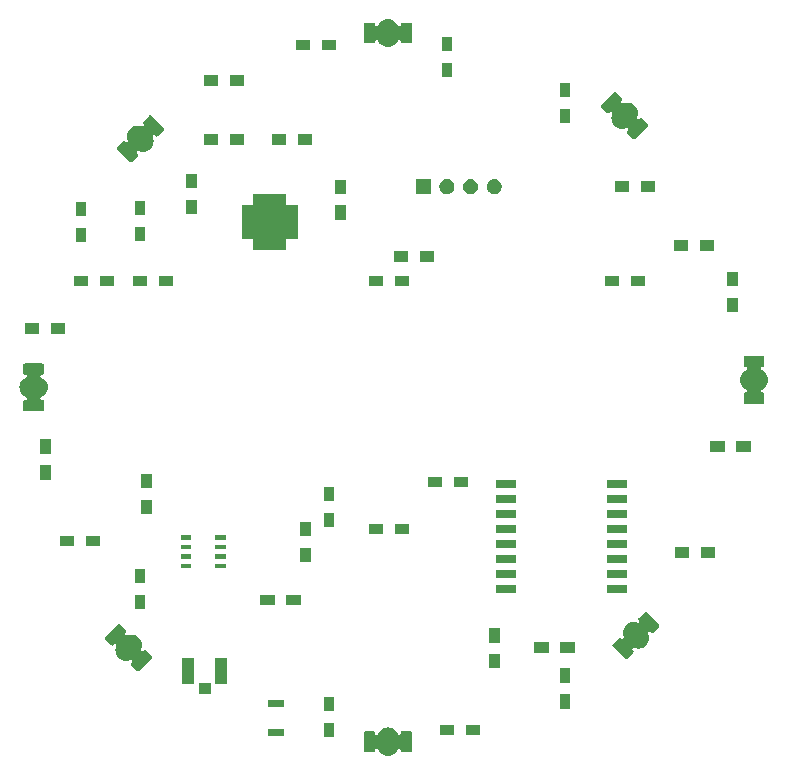
<source format=gbr>
G04 #@! TF.GenerationSoftware,KiCad,Pcbnew,(5.0.2)-1*
G04 #@! TF.CreationDate,2019-05-10T15:47:13-04:00*
G04 #@! TF.ProjectId,bikesenseCap,62696b65-7365-46e7-9365-4361702e6b69,PROD A*
G04 #@! TF.SameCoordinates,Original*
G04 #@! TF.FileFunction,Soldermask,Top*
G04 #@! TF.FilePolarity,Negative*
%FSLAX46Y46*%
G04 Gerber Fmt 4.6, Leading zero omitted, Abs format (unit mm)*
G04 Created by KiCad (PCBNEW (5.0.2)-1) date 5/10/2019 3:47:13 PM*
%MOMM*%
%LPD*%
G01*
G04 APERTURE LIST*
%ADD10C,0.100000*%
G04 APERTURE END LIST*
D10*
G36*
X150176432Y-128813022D02*
X150346081Y-128864485D01*
X150502433Y-128948056D01*
X150639475Y-129060525D01*
X150751944Y-129197567D01*
X150839760Y-129361862D01*
X150853373Y-129382237D01*
X150870700Y-129399564D01*
X150891075Y-129413178D01*
X150913714Y-129422555D01*
X150937747Y-129427336D01*
X150962251Y-129427336D01*
X150986285Y-129422556D01*
X151008924Y-129413178D01*
X151029299Y-129399565D01*
X151046626Y-129382238D01*
X151060240Y-129361863D01*
X151069617Y-129339224D01*
X151074398Y-129315191D01*
X151075000Y-129302938D01*
X151075000Y-129246141D01*
X151077803Y-129217684D01*
X151084313Y-129196223D01*
X151094885Y-129176445D01*
X151109110Y-129159110D01*
X151126445Y-129144885D01*
X151146223Y-129134313D01*
X151167684Y-129127803D01*
X151196141Y-129125000D01*
X151903859Y-129125000D01*
X151932316Y-129127803D01*
X151953777Y-129134313D01*
X151973555Y-129144885D01*
X151990890Y-129159110D01*
X152005115Y-129176445D01*
X152015687Y-129196223D01*
X152022197Y-129217684D01*
X152025000Y-129246141D01*
X152025000Y-130753859D01*
X152022197Y-130782316D01*
X152015687Y-130803777D01*
X152005115Y-130823555D01*
X151990890Y-130840890D01*
X151973555Y-130855115D01*
X151953777Y-130865687D01*
X151932316Y-130872197D01*
X151903859Y-130875000D01*
X151196141Y-130875000D01*
X151167684Y-130872197D01*
X151146223Y-130865687D01*
X151126445Y-130855115D01*
X151109110Y-130840890D01*
X151094885Y-130823555D01*
X151084313Y-130803777D01*
X151077803Y-130782316D01*
X151075000Y-130753859D01*
X151075000Y-130697063D01*
X151072598Y-130672677D01*
X151065485Y-130649228D01*
X151053934Y-130627617D01*
X151038388Y-130608675D01*
X151019446Y-130593129D01*
X150997835Y-130581578D01*
X150974386Y-130574465D01*
X150950000Y-130572063D01*
X150925614Y-130574465D01*
X150902165Y-130581578D01*
X150880554Y-130593129D01*
X150861612Y-130608675D01*
X150846066Y-130627617D01*
X150839760Y-130638139D01*
X150751944Y-130802433D01*
X150639475Y-130939475D01*
X150502436Y-131051941D01*
X150346076Y-131135516D01*
X150176431Y-131186978D01*
X150000000Y-131204354D01*
X149823568Y-131186978D01*
X149653919Y-131135515D01*
X149497567Y-131051944D01*
X149360525Y-130939475D01*
X149248056Y-130802433D01*
X149160240Y-130638138D01*
X149146627Y-130617763D01*
X149129300Y-130600436D01*
X149108925Y-130586822D01*
X149086286Y-130577445D01*
X149062253Y-130572664D01*
X149037749Y-130572664D01*
X149013715Y-130577444D01*
X148991076Y-130586822D01*
X148970701Y-130600435D01*
X148953374Y-130617762D01*
X148939760Y-130638137D01*
X148930383Y-130660776D01*
X148925602Y-130684809D01*
X148925000Y-130697062D01*
X148925000Y-130753859D01*
X148922197Y-130782316D01*
X148915687Y-130803777D01*
X148905115Y-130823555D01*
X148890890Y-130840890D01*
X148873555Y-130855115D01*
X148853777Y-130865687D01*
X148832316Y-130872197D01*
X148803859Y-130875000D01*
X148096141Y-130875000D01*
X148067684Y-130872197D01*
X148046223Y-130865687D01*
X148026445Y-130855115D01*
X148009110Y-130840890D01*
X147994885Y-130823555D01*
X147984313Y-130803777D01*
X147977803Y-130782316D01*
X147975000Y-130753859D01*
X147975000Y-129246141D01*
X147977803Y-129217684D01*
X147984313Y-129196223D01*
X147994885Y-129176445D01*
X148009110Y-129159110D01*
X148026445Y-129144885D01*
X148046223Y-129134313D01*
X148067684Y-129127803D01*
X148096141Y-129125000D01*
X148803859Y-129125000D01*
X148832316Y-129127803D01*
X148853777Y-129134313D01*
X148873555Y-129144885D01*
X148890890Y-129159110D01*
X148905115Y-129176445D01*
X148915687Y-129196223D01*
X148922197Y-129217684D01*
X148925000Y-129246141D01*
X148925000Y-129302939D01*
X148927402Y-129327325D01*
X148934515Y-129350774D01*
X148946066Y-129372385D01*
X148961612Y-129391327D01*
X148980554Y-129406873D01*
X149002165Y-129418424D01*
X149025614Y-129425537D01*
X149050000Y-129427939D01*
X149074386Y-129425537D01*
X149097835Y-129418424D01*
X149119446Y-129406873D01*
X149138388Y-129391327D01*
X149153934Y-129372385D01*
X149160240Y-129361863D01*
X149248057Y-129197567D01*
X149360526Y-129060525D01*
X149497568Y-128948056D01*
X149653920Y-128864485D01*
X149823569Y-128813022D01*
X150000000Y-128795646D01*
X150176432Y-128813022D01*
X150176432Y-128813022D01*
G37*
G36*
X145450000Y-129600000D02*
X144550000Y-129600000D01*
X144550000Y-128400000D01*
X145450000Y-128400000D01*
X145450000Y-129600000D01*
X145450000Y-129600000D01*
G37*
G36*
X141180000Y-129550000D02*
X139820000Y-129550000D01*
X139820000Y-128930000D01*
X141180000Y-128930000D01*
X141180000Y-129550000D01*
X141180000Y-129550000D01*
G37*
G36*
X157800000Y-129450000D02*
X156600000Y-129450000D01*
X156600000Y-128550000D01*
X157800000Y-128550000D01*
X157800000Y-129450000D01*
X157800000Y-129450000D01*
G37*
G36*
X155600000Y-129450000D02*
X154400000Y-129450000D01*
X154400000Y-128550000D01*
X155600000Y-128550000D01*
X155600000Y-129450000D01*
X155600000Y-129450000D01*
G37*
G36*
X145450000Y-127400000D02*
X144550000Y-127400000D01*
X144550000Y-126200000D01*
X145450000Y-126200000D01*
X145450000Y-127400000D01*
X145450000Y-127400000D01*
G37*
G36*
X165450000Y-127200000D02*
X164550000Y-127200000D01*
X164550000Y-126000000D01*
X165450000Y-126000000D01*
X165450000Y-127200000D01*
X165450000Y-127200000D01*
G37*
G36*
X141180000Y-127070000D02*
X139820000Y-127070000D01*
X139820000Y-126450000D01*
X141180000Y-126450000D01*
X141180000Y-127070000D01*
X141180000Y-127070000D01*
G37*
G36*
X135000000Y-126000000D02*
X134000000Y-126000000D01*
X134000000Y-125000000D01*
X135000000Y-125000000D01*
X135000000Y-126000000D01*
X135000000Y-126000000D01*
G37*
G36*
X136400000Y-125100000D02*
X135400000Y-125100000D01*
X135400000Y-122900000D01*
X136400000Y-122900000D01*
X136400000Y-125100000D01*
X136400000Y-125100000D01*
G37*
G36*
X133600000Y-125100000D02*
X132600000Y-125100000D01*
X132600000Y-122900000D01*
X133600000Y-122900000D01*
X133600000Y-125100000D01*
X133600000Y-125100000D01*
G37*
G36*
X165450000Y-125000000D02*
X164550000Y-125000000D01*
X164550000Y-123800000D01*
X165450000Y-123800000D01*
X165450000Y-125000000D01*
X165450000Y-125000000D01*
G37*
G36*
X127254143Y-120044827D02*
X127275604Y-120051337D01*
X127295382Y-120061909D01*
X127317494Y-120080055D01*
X127817913Y-120580474D01*
X127836059Y-120602586D01*
X127846631Y-120622364D01*
X127853141Y-120643825D01*
X127855339Y-120666141D01*
X127853141Y-120688457D01*
X127846631Y-120709918D01*
X127836059Y-120729696D01*
X127817913Y-120751808D01*
X127777757Y-120791964D01*
X127762211Y-120810906D01*
X127750660Y-120832517D01*
X127743547Y-120855966D01*
X127741145Y-120880352D01*
X127743547Y-120904738D01*
X127750660Y-120928187D01*
X127762211Y-120949798D01*
X127777757Y-120968740D01*
X127796699Y-120984286D01*
X127818310Y-120995837D01*
X127841759Y-121002950D01*
X127866145Y-121005352D01*
X127890531Y-121002950D01*
X127902431Y-120999969D01*
X128080700Y-120945890D01*
X128257132Y-120928514D01*
X128433564Y-120945890D01*
X128603213Y-120997354D01*
X128759560Y-121080923D01*
X128759561Y-121080924D01*
X128759563Y-121080925D01*
X128787300Y-121103688D01*
X128896607Y-121193393D01*
X129009077Y-121330440D01*
X129092646Y-121486787D01*
X129144110Y-121656436D01*
X129161486Y-121832868D01*
X129144110Y-122009300D01*
X129090031Y-122187569D01*
X129085250Y-122211602D01*
X129085250Y-122236106D01*
X129090030Y-122260140D01*
X129099407Y-122282779D01*
X129113021Y-122303154D01*
X129130348Y-122320481D01*
X129150723Y-122334095D01*
X129173362Y-122343472D01*
X129197395Y-122348253D01*
X129221899Y-122348253D01*
X129245933Y-122343473D01*
X129268572Y-122334096D01*
X129288947Y-122320482D01*
X129298036Y-122312243D01*
X129338192Y-122272087D01*
X129360304Y-122253941D01*
X129380082Y-122243369D01*
X129401543Y-122236859D01*
X129423859Y-122234661D01*
X129446175Y-122236859D01*
X129467636Y-122243369D01*
X129487414Y-122253941D01*
X129509526Y-122272087D01*
X130009945Y-122772506D01*
X130028091Y-122794618D01*
X130038663Y-122814396D01*
X130045173Y-122835857D01*
X130047371Y-122858173D01*
X130045173Y-122880489D01*
X130038663Y-122901950D01*
X130028091Y-122921728D01*
X130009945Y-122943840D01*
X128943840Y-124009945D01*
X128921728Y-124028091D01*
X128901950Y-124038663D01*
X128880489Y-124045173D01*
X128858173Y-124047371D01*
X128835857Y-124045173D01*
X128814396Y-124038663D01*
X128794618Y-124028091D01*
X128772506Y-124009945D01*
X128272087Y-123509526D01*
X128253941Y-123487414D01*
X128243369Y-123467636D01*
X128236859Y-123446175D01*
X128234661Y-123423859D01*
X128236859Y-123401543D01*
X128243369Y-123380082D01*
X128253941Y-123360304D01*
X128272087Y-123338192D01*
X128312243Y-123298036D01*
X128327789Y-123279094D01*
X128339340Y-123257483D01*
X128346453Y-123234034D01*
X128348855Y-123209648D01*
X128346453Y-123185262D01*
X128339340Y-123161813D01*
X128327789Y-123140202D01*
X128312243Y-123121260D01*
X128293301Y-123105714D01*
X128271690Y-123094163D01*
X128248241Y-123087050D01*
X128223855Y-123084648D01*
X128199469Y-123087050D01*
X128187569Y-123090031D01*
X128009299Y-123144110D01*
X127832868Y-123161486D01*
X127656437Y-123144110D01*
X127486787Y-123092646D01*
X127330437Y-123009075D01*
X127193394Y-122896606D01*
X127080925Y-122759563D01*
X126997354Y-122603213D01*
X126945890Y-122433563D01*
X126928514Y-122257132D01*
X126945890Y-122080701D01*
X126999969Y-121902431D01*
X127004750Y-121878398D01*
X127004750Y-121853893D01*
X126999970Y-121829860D01*
X126990592Y-121807221D01*
X126976979Y-121786846D01*
X126959652Y-121769519D01*
X126939277Y-121755905D01*
X126916638Y-121746528D01*
X126892605Y-121741747D01*
X126868100Y-121741747D01*
X126844067Y-121746527D01*
X126821428Y-121755905D01*
X126801053Y-121769518D01*
X126791964Y-121777757D01*
X126751808Y-121817913D01*
X126729696Y-121836059D01*
X126709918Y-121846631D01*
X126688457Y-121853141D01*
X126666141Y-121855339D01*
X126643825Y-121853141D01*
X126622364Y-121846631D01*
X126602586Y-121836059D01*
X126580474Y-121817913D01*
X126080055Y-121317494D01*
X126061909Y-121295382D01*
X126051337Y-121275604D01*
X126044827Y-121254143D01*
X126042629Y-121231827D01*
X126044827Y-121209511D01*
X126051337Y-121188050D01*
X126061909Y-121168272D01*
X126080055Y-121146160D01*
X127146160Y-120080055D01*
X127168272Y-120061909D01*
X127188050Y-120051337D01*
X127209511Y-120044827D01*
X127231827Y-120042629D01*
X127254143Y-120044827D01*
X127254143Y-120044827D01*
G37*
G36*
X159450000Y-123800000D02*
X158550000Y-123800000D01*
X158550000Y-122600000D01*
X159450000Y-122600000D01*
X159450000Y-123800000D01*
X159450000Y-123800000D01*
G37*
G36*
X171835489Y-118999827D02*
X171856950Y-119006337D01*
X171876728Y-119016909D01*
X171898840Y-119035055D01*
X172964945Y-120101160D01*
X172983091Y-120123272D01*
X172993663Y-120143050D01*
X173000173Y-120164511D01*
X173002371Y-120186827D01*
X173000173Y-120209143D01*
X172993663Y-120230604D01*
X172983091Y-120250382D01*
X172964945Y-120272494D01*
X172464526Y-120772913D01*
X172442414Y-120791059D01*
X172422636Y-120801631D01*
X172401175Y-120808141D01*
X172378859Y-120810339D01*
X172356543Y-120808141D01*
X172335082Y-120801631D01*
X172315304Y-120791059D01*
X172293192Y-120772913D01*
X172253036Y-120732757D01*
X172234094Y-120717211D01*
X172212483Y-120705660D01*
X172189034Y-120698547D01*
X172164648Y-120696145D01*
X172140262Y-120698547D01*
X172116813Y-120705660D01*
X172095202Y-120717211D01*
X172076260Y-120732757D01*
X172060714Y-120751699D01*
X172049163Y-120773310D01*
X172042050Y-120796759D01*
X172039648Y-120821145D01*
X172042050Y-120845531D01*
X172045031Y-120857431D01*
X172099110Y-121035700D01*
X172116486Y-121212132D01*
X172099110Y-121388564D01*
X172047646Y-121558213D01*
X171964077Y-121714560D01*
X171851607Y-121851607D01*
X171742300Y-121941312D01*
X171714563Y-121964075D01*
X171714561Y-121964076D01*
X171714560Y-121964077D01*
X171558213Y-122047646D01*
X171388564Y-122099110D01*
X171212132Y-122116486D01*
X171035700Y-122099110D01*
X170857431Y-122045031D01*
X170833398Y-122040250D01*
X170808894Y-122040250D01*
X170784860Y-122045030D01*
X170762221Y-122054407D01*
X170741846Y-122068021D01*
X170724519Y-122085348D01*
X170710905Y-122105723D01*
X170701528Y-122128362D01*
X170696747Y-122152395D01*
X170696747Y-122176899D01*
X170701527Y-122200933D01*
X170710904Y-122223572D01*
X170724518Y-122243947D01*
X170732757Y-122253036D01*
X170772913Y-122293192D01*
X170791059Y-122315304D01*
X170801631Y-122335082D01*
X170808141Y-122356543D01*
X170810339Y-122378859D01*
X170808141Y-122401175D01*
X170801631Y-122422636D01*
X170791059Y-122442414D01*
X170772913Y-122464526D01*
X170272494Y-122964945D01*
X170250382Y-122983091D01*
X170230604Y-122993663D01*
X170209143Y-123000173D01*
X170186827Y-123002371D01*
X170164511Y-123000173D01*
X170143050Y-122993663D01*
X170123272Y-122983091D01*
X170101160Y-122964945D01*
X169035055Y-121898840D01*
X169016909Y-121876728D01*
X169006337Y-121856950D01*
X168999827Y-121835489D01*
X168997629Y-121813173D01*
X168999827Y-121790857D01*
X169006337Y-121769396D01*
X169016909Y-121749618D01*
X169035055Y-121727506D01*
X169535474Y-121227087D01*
X169557586Y-121208941D01*
X169577364Y-121198369D01*
X169598825Y-121191859D01*
X169621141Y-121189661D01*
X169643457Y-121191859D01*
X169664918Y-121198369D01*
X169684696Y-121208941D01*
X169706808Y-121227087D01*
X169746964Y-121267243D01*
X169765906Y-121282789D01*
X169787517Y-121294340D01*
X169810966Y-121301453D01*
X169835352Y-121303855D01*
X169859738Y-121301453D01*
X169883187Y-121294340D01*
X169904798Y-121282789D01*
X169923740Y-121267243D01*
X169939286Y-121248301D01*
X169950837Y-121226690D01*
X169957950Y-121203241D01*
X169960352Y-121178855D01*
X169957950Y-121154469D01*
X169954969Y-121142569D01*
X169900890Y-120964299D01*
X169883514Y-120787868D01*
X169900890Y-120611437D01*
X169952354Y-120441787D01*
X170035925Y-120285437D01*
X170148394Y-120148394D01*
X170285437Y-120035925D01*
X170441787Y-119952354D01*
X170611437Y-119900890D01*
X170787868Y-119883514D01*
X170964299Y-119900890D01*
X171142569Y-119954969D01*
X171166602Y-119959750D01*
X171191107Y-119959750D01*
X171215140Y-119954970D01*
X171237779Y-119945592D01*
X171258154Y-119931979D01*
X171275481Y-119914652D01*
X171289095Y-119894277D01*
X171298472Y-119871638D01*
X171303253Y-119847605D01*
X171303253Y-119823100D01*
X171298473Y-119799067D01*
X171289095Y-119776428D01*
X171275482Y-119756053D01*
X171267243Y-119746964D01*
X171227087Y-119706808D01*
X171208941Y-119684696D01*
X171198369Y-119664918D01*
X171191859Y-119643457D01*
X171189661Y-119621141D01*
X171191859Y-119598825D01*
X171198369Y-119577364D01*
X171208941Y-119557586D01*
X171227087Y-119535474D01*
X171727506Y-119035055D01*
X171749618Y-119016909D01*
X171769396Y-119006337D01*
X171790857Y-118999827D01*
X171813173Y-118997629D01*
X171835489Y-118999827D01*
X171835489Y-118999827D01*
G37*
G36*
X165800000Y-122450000D02*
X164600000Y-122450000D01*
X164600000Y-121550000D01*
X165800000Y-121550000D01*
X165800000Y-122450000D01*
X165800000Y-122450000D01*
G37*
G36*
X163600000Y-122450000D02*
X162400000Y-122450000D01*
X162400000Y-121550000D01*
X163600000Y-121550000D01*
X163600000Y-122450000D01*
X163600000Y-122450000D01*
G37*
G36*
X159450000Y-121600000D02*
X158550000Y-121600000D01*
X158550000Y-120400000D01*
X159450000Y-120400000D01*
X159450000Y-121600000D01*
X159450000Y-121600000D01*
G37*
G36*
X129450000Y-118800000D02*
X128550000Y-118800000D01*
X128550000Y-117600000D01*
X129450000Y-117600000D01*
X129450000Y-118800000D01*
X129450000Y-118800000D01*
G37*
G36*
X142600000Y-118450000D02*
X141400000Y-118450000D01*
X141400000Y-117550000D01*
X142600000Y-117550000D01*
X142600000Y-118450000D01*
X142600000Y-118450000D01*
G37*
G36*
X140400000Y-118450000D02*
X139200000Y-118450000D01*
X139200000Y-117550000D01*
X140400000Y-117550000D01*
X140400000Y-118450000D01*
X140400000Y-118450000D01*
G37*
G36*
X170230000Y-117430000D02*
X168530000Y-117430000D01*
X168530000Y-116730000D01*
X170230000Y-116730000D01*
X170230000Y-117430000D01*
X170230000Y-117430000D01*
G37*
G36*
X160850000Y-117430000D02*
X159150000Y-117430000D01*
X159150000Y-116730000D01*
X160850000Y-116730000D01*
X160850000Y-117430000D01*
X160850000Y-117430000D01*
G37*
G36*
X129450000Y-116600000D02*
X128550000Y-116600000D01*
X128550000Y-115400000D01*
X129450000Y-115400000D01*
X129450000Y-116600000D01*
X129450000Y-116600000D01*
G37*
G36*
X160850000Y-116160000D02*
X159150000Y-116160000D01*
X159150000Y-115460000D01*
X160850000Y-115460000D01*
X160850000Y-116160000D01*
X160850000Y-116160000D01*
G37*
G36*
X170230000Y-116160000D02*
X168530000Y-116160000D01*
X168530000Y-115460000D01*
X170230000Y-115460000D01*
X170230000Y-116160000D01*
X170230000Y-116160000D01*
G37*
G36*
X136266000Y-115319000D02*
X135366000Y-115319000D01*
X135366000Y-114919000D01*
X136266000Y-114919000D01*
X136266000Y-115319000D01*
X136266000Y-115319000D01*
G37*
G36*
X133366000Y-115319000D02*
X132466000Y-115319000D01*
X132466000Y-114919000D01*
X133366000Y-114919000D01*
X133366000Y-115319000D01*
X133366000Y-115319000D01*
G37*
G36*
X160850000Y-114890000D02*
X159150000Y-114890000D01*
X159150000Y-114190000D01*
X160850000Y-114190000D01*
X160850000Y-114890000D01*
X160850000Y-114890000D01*
G37*
G36*
X170230000Y-114890000D02*
X168530000Y-114890000D01*
X168530000Y-114190000D01*
X170230000Y-114190000D01*
X170230000Y-114890000D01*
X170230000Y-114890000D01*
G37*
G36*
X143450000Y-114800000D02*
X142550000Y-114800000D01*
X142550000Y-113600000D01*
X143450000Y-113600000D01*
X143450000Y-114800000D01*
X143450000Y-114800000D01*
G37*
G36*
X133366000Y-114519000D02*
X132466000Y-114519000D01*
X132466000Y-114119000D01*
X133366000Y-114119000D01*
X133366000Y-114519000D01*
X133366000Y-114519000D01*
G37*
G36*
X136266000Y-114519000D02*
X135366000Y-114519000D01*
X135366000Y-114119000D01*
X136266000Y-114119000D01*
X136266000Y-114519000D01*
X136266000Y-114519000D01*
G37*
G36*
X175500000Y-114450000D02*
X174300000Y-114450000D01*
X174300000Y-113550000D01*
X175500000Y-113550000D01*
X175500000Y-114450000D01*
X175500000Y-114450000D01*
G37*
G36*
X177700000Y-114450000D02*
X176500000Y-114450000D01*
X176500000Y-113550000D01*
X177700000Y-113550000D01*
X177700000Y-114450000D01*
X177700000Y-114450000D01*
G37*
G36*
X133366000Y-113719000D02*
X132466000Y-113719000D01*
X132466000Y-113319000D01*
X133366000Y-113319000D01*
X133366000Y-113719000D01*
X133366000Y-113719000D01*
G37*
G36*
X136266000Y-113719000D02*
X135366000Y-113719000D01*
X135366000Y-113319000D01*
X136266000Y-113319000D01*
X136266000Y-113719000D01*
X136266000Y-113719000D01*
G37*
G36*
X170230000Y-113620000D02*
X168530000Y-113620000D01*
X168530000Y-112920000D01*
X170230000Y-112920000D01*
X170230000Y-113620000D01*
X170230000Y-113620000D01*
G37*
G36*
X160850000Y-113620000D02*
X159150000Y-113620000D01*
X159150000Y-112920000D01*
X160850000Y-112920000D01*
X160850000Y-113620000D01*
X160850000Y-113620000D01*
G37*
G36*
X125600000Y-113450000D02*
X124400000Y-113450000D01*
X124400000Y-112550000D01*
X125600000Y-112550000D01*
X125600000Y-113450000D01*
X125600000Y-113450000D01*
G37*
G36*
X123400000Y-113450000D02*
X122200000Y-113450000D01*
X122200000Y-112550000D01*
X123400000Y-112550000D01*
X123400000Y-113450000D01*
X123400000Y-113450000D01*
G37*
G36*
X133366000Y-112919000D02*
X132466000Y-112919000D01*
X132466000Y-112519000D01*
X133366000Y-112519000D01*
X133366000Y-112919000D01*
X133366000Y-112919000D01*
G37*
G36*
X136266000Y-112919000D02*
X135366000Y-112919000D01*
X135366000Y-112519000D01*
X136266000Y-112519000D01*
X136266000Y-112919000D01*
X136266000Y-112919000D01*
G37*
G36*
X143450000Y-112600000D02*
X142550000Y-112600000D01*
X142550000Y-111400000D01*
X143450000Y-111400000D01*
X143450000Y-112600000D01*
X143450000Y-112600000D01*
G37*
G36*
X151800000Y-112450000D02*
X150600000Y-112450000D01*
X150600000Y-111550000D01*
X151800000Y-111550000D01*
X151800000Y-112450000D01*
X151800000Y-112450000D01*
G37*
G36*
X149600000Y-112450000D02*
X148400000Y-112450000D01*
X148400000Y-111550000D01*
X149600000Y-111550000D01*
X149600000Y-112450000D01*
X149600000Y-112450000D01*
G37*
G36*
X170230000Y-112350000D02*
X168530000Y-112350000D01*
X168530000Y-111650000D01*
X170230000Y-111650000D01*
X170230000Y-112350000D01*
X170230000Y-112350000D01*
G37*
G36*
X160850000Y-112350000D02*
X159150000Y-112350000D01*
X159150000Y-111650000D01*
X160850000Y-111650000D01*
X160850000Y-112350000D01*
X160850000Y-112350000D01*
G37*
G36*
X145450000Y-111800000D02*
X144550000Y-111800000D01*
X144550000Y-110600000D01*
X145450000Y-110600000D01*
X145450000Y-111800000D01*
X145450000Y-111800000D01*
G37*
G36*
X170230000Y-111080000D02*
X168530000Y-111080000D01*
X168530000Y-110380000D01*
X170230000Y-110380000D01*
X170230000Y-111080000D01*
X170230000Y-111080000D01*
G37*
G36*
X160850000Y-111080000D02*
X159150000Y-111080000D01*
X159150000Y-110380000D01*
X160850000Y-110380000D01*
X160850000Y-111080000D01*
X160850000Y-111080000D01*
G37*
G36*
X129990000Y-110750000D02*
X129090000Y-110750000D01*
X129090000Y-109550000D01*
X129990000Y-109550000D01*
X129990000Y-110750000D01*
X129990000Y-110750000D01*
G37*
G36*
X170230000Y-109810000D02*
X168530000Y-109810000D01*
X168530000Y-109110000D01*
X170230000Y-109110000D01*
X170230000Y-109810000D01*
X170230000Y-109810000D01*
G37*
G36*
X160850000Y-109810000D02*
X159150000Y-109810000D01*
X159150000Y-109110000D01*
X160850000Y-109110000D01*
X160850000Y-109810000D01*
X160850000Y-109810000D01*
G37*
G36*
X145450000Y-109600000D02*
X144550000Y-109600000D01*
X144550000Y-108400000D01*
X145450000Y-108400000D01*
X145450000Y-109600000D01*
X145450000Y-109600000D01*
G37*
G36*
X129990000Y-108550000D02*
X129090000Y-108550000D01*
X129090000Y-107350000D01*
X129990000Y-107350000D01*
X129990000Y-108550000D01*
X129990000Y-108550000D01*
G37*
G36*
X170230000Y-108540000D02*
X168530000Y-108540000D01*
X168530000Y-107840000D01*
X170230000Y-107840000D01*
X170230000Y-108540000D01*
X170230000Y-108540000D01*
G37*
G36*
X160850000Y-108540000D02*
X159150000Y-108540000D01*
X159150000Y-107840000D01*
X160850000Y-107840000D01*
X160850000Y-108540000D01*
X160850000Y-108540000D01*
G37*
G36*
X154600000Y-108450000D02*
X153400000Y-108450000D01*
X153400000Y-107550000D01*
X154600000Y-107550000D01*
X154600000Y-108450000D01*
X154600000Y-108450000D01*
G37*
G36*
X156800000Y-108450000D02*
X155600000Y-108450000D01*
X155600000Y-107550000D01*
X156800000Y-107550000D01*
X156800000Y-108450000D01*
X156800000Y-108450000D01*
G37*
G36*
X121450000Y-107800000D02*
X120550000Y-107800000D01*
X120550000Y-106600000D01*
X121450000Y-106600000D01*
X121450000Y-107800000D01*
X121450000Y-107800000D01*
G37*
G36*
X121450000Y-105600000D02*
X120550000Y-105600000D01*
X120550000Y-104400000D01*
X121450000Y-104400000D01*
X121450000Y-105600000D01*
X121450000Y-105600000D01*
G37*
G36*
X180700000Y-105450000D02*
X179500000Y-105450000D01*
X179500000Y-104550000D01*
X180700000Y-104550000D01*
X180700000Y-105450000D01*
X180700000Y-105450000D01*
G37*
G36*
X178500000Y-105450000D02*
X177300000Y-105450000D01*
X177300000Y-104550000D01*
X178500000Y-104550000D01*
X178500000Y-105450000D01*
X178500000Y-105450000D01*
G37*
G36*
X120782316Y-97977803D02*
X120803777Y-97984313D01*
X120823555Y-97994885D01*
X120840890Y-98009110D01*
X120855115Y-98026445D01*
X120865687Y-98046223D01*
X120872197Y-98067684D01*
X120875000Y-98096141D01*
X120875000Y-98803859D01*
X120872197Y-98832316D01*
X120865687Y-98853777D01*
X120855115Y-98873555D01*
X120840890Y-98890890D01*
X120823555Y-98905115D01*
X120803777Y-98915687D01*
X120782316Y-98922197D01*
X120753859Y-98925000D01*
X120697063Y-98925000D01*
X120672677Y-98927402D01*
X120649228Y-98934515D01*
X120627617Y-98946066D01*
X120608675Y-98961612D01*
X120593129Y-98980554D01*
X120581578Y-99002165D01*
X120574465Y-99025614D01*
X120572063Y-99050000D01*
X120574465Y-99074386D01*
X120581578Y-99097835D01*
X120593129Y-99119446D01*
X120608675Y-99138388D01*
X120627617Y-99153934D01*
X120638139Y-99160240D01*
X120802433Y-99248056D01*
X120939475Y-99360525D01*
X121051944Y-99497567D01*
X121135515Y-99653919D01*
X121186978Y-99823568D01*
X121204354Y-100000000D01*
X121186978Y-100176432D01*
X121135515Y-100346081D01*
X121051944Y-100502433D01*
X120939475Y-100639475D01*
X120802433Y-100751944D01*
X120638139Y-100839760D01*
X120617764Y-100853373D01*
X120600437Y-100870701D01*
X120586823Y-100891075D01*
X120577446Y-100913714D01*
X120572665Y-100937747D01*
X120572665Y-100962252D01*
X120577445Y-100986285D01*
X120586823Y-101008924D01*
X120600436Y-101029299D01*
X120617764Y-101046626D01*
X120638138Y-101060240D01*
X120660777Y-101069617D01*
X120684810Y-101074398D01*
X120697063Y-101075000D01*
X120753859Y-101075000D01*
X120782316Y-101077803D01*
X120803777Y-101084313D01*
X120823555Y-101094885D01*
X120840890Y-101109110D01*
X120855115Y-101126445D01*
X120865687Y-101146223D01*
X120872197Y-101167684D01*
X120875000Y-101196141D01*
X120875000Y-101903859D01*
X120872197Y-101932316D01*
X120865687Y-101953777D01*
X120855115Y-101973555D01*
X120840890Y-101990890D01*
X120823555Y-102005115D01*
X120803777Y-102015687D01*
X120782316Y-102022197D01*
X120753859Y-102025000D01*
X119246141Y-102025000D01*
X119217684Y-102022197D01*
X119196223Y-102015687D01*
X119176445Y-102005115D01*
X119159110Y-101990890D01*
X119144885Y-101973555D01*
X119134313Y-101953777D01*
X119127803Y-101932316D01*
X119125000Y-101903859D01*
X119125000Y-101196141D01*
X119127803Y-101167684D01*
X119134313Y-101146223D01*
X119144885Y-101126445D01*
X119159110Y-101109110D01*
X119176445Y-101094885D01*
X119196223Y-101084313D01*
X119217684Y-101077803D01*
X119246141Y-101075000D01*
X119302937Y-101075000D01*
X119327323Y-101072598D01*
X119350772Y-101065485D01*
X119372383Y-101053934D01*
X119391325Y-101038388D01*
X119406871Y-101019446D01*
X119418422Y-100997835D01*
X119425535Y-100974386D01*
X119427937Y-100950000D01*
X119425535Y-100925614D01*
X119418422Y-100902165D01*
X119406871Y-100880554D01*
X119391325Y-100861612D01*
X119372383Y-100846066D01*
X119361861Y-100839760D01*
X119197567Y-100751944D01*
X119060525Y-100639475D01*
X118948056Y-100502433D01*
X118864485Y-100346081D01*
X118813022Y-100176432D01*
X118795646Y-100000000D01*
X118813022Y-99823568D01*
X118864485Y-99653919D01*
X118948056Y-99497567D01*
X119060525Y-99360525D01*
X119197567Y-99248056D01*
X119361861Y-99160240D01*
X119382236Y-99146627D01*
X119399563Y-99129299D01*
X119413177Y-99108925D01*
X119422554Y-99086286D01*
X119427335Y-99062253D01*
X119427335Y-99037748D01*
X119422555Y-99013715D01*
X119413177Y-98991076D01*
X119399564Y-98970701D01*
X119382236Y-98953374D01*
X119361862Y-98939760D01*
X119339223Y-98930383D01*
X119315190Y-98925602D01*
X119302937Y-98925000D01*
X119246141Y-98925000D01*
X119217684Y-98922197D01*
X119196223Y-98915687D01*
X119176445Y-98905115D01*
X119159110Y-98890890D01*
X119144885Y-98873555D01*
X119134313Y-98853777D01*
X119127803Y-98832316D01*
X119125000Y-98803859D01*
X119125000Y-98096141D01*
X119127803Y-98067684D01*
X119134313Y-98046223D01*
X119144885Y-98026445D01*
X119159110Y-98009110D01*
X119176445Y-97994885D01*
X119196223Y-97984313D01*
X119217684Y-97977803D01*
X119246141Y-97975000D01*
X120753859Y-97975000D01*
X120782316Y-97977803D01*
X120782316Y-97977803D01*
G37*
G36*
X181782316Y-97327803D02*
X181803777Y-97334313D01*
X181823555Y-97344885D01*
X181840890Y-97359110D01*
X181855115Y-97376445D01*
X181865687Y-97396223D01*
X181872197Y-97417684D01*
X181875000Y-97446141D01*
X181875000Y-98153859D01*
X181872197Y-98182316D01*
X181865687Y-98203777D01*
X181855115Y-98223555D01*
X181840890Y-98240890D01*
X181823555Y-98255115D01*
X181803777Y-98265687D01*
X181782316Y-98272197D01*
X181753859Y-98275000D01*
X181697063Y-98275000D01*
X181672677Y-98277402D01*
X181649228Y-98284515D01*
X181627617Y-98296066D01*
X181608675Y-98311612D01*
X181593129Y-98330554D01*
X181581578Y-98352165D01*
X181574465Y-98375614D01*
X181572063Y-98400000D01*
X181574465Y-98424386D01*
X181581578Y-98447835D01*
X181593129Y-98469446D01*
X181608675Y-98488388D01*
X181627617Y-98503934D01*
X181638139Y-98510240D01*
X181802433Y-98598056D01*
X181939475Y-98710525D01*
X182051944Y-98847567D01*
X182135515Y-99003919D01*
X182186978Y-99173568D01*
X182204354Y-99350000D01*
X182186978Y-99526432D01*
X182135515Y-99696081D01*
X182051944Y-99852433D01*
X181939475Y-99989475D01*
X181802433Y-100101944D01*
X181638139Y-100189760D01*
X181617764Y-100203373D01*
X181600437Y-100220701D01*
X181586823Y-100241075D01*
X181577446Y-100263714D01*
X181572665Y-100287747D01*
X181572665Y-100312252D01*
X181577445Y-100336285D01*
X181586823Y-100358924D01*
X181600436Y-100379299D01*
X181617764Y-100396626D01*
X181638138Y-100410240D01*
X181660777Y-100419617D01*
X181684810Y-100424398D01*
X181697063Y-100425000D01*
X181753859Y-100425000D01*
X181782316Y-100427803D01*
X181803777Y-100434313D01*
X181823555Y-100444885D01*
X181840890Y-100459110D01*
X181855115Y-100476445D01*
X181865687Y-100496223D01*
X181872197Y-100517684D01*
X181875000Y-100546141D01*
X181875000Y-101253859D01*
X181872197Y-101282316D01*
X181865687Y-101303777D01*
X181855115Y-101323555D01*
X181840890Y-101340890D01*
X181823555Y-101355115D01*
X181803777Y-101365687D01*
X181782316Y-101372197D01*
X181753859Y-101375000D01*
X180246141Y-101375000D01*
X180217684Y-101372197D01*
X180196223Y-101365687D01*
X180176445Y-101355115D01*
X180159110Y-101340890D01*
X180144885Y-101323555D01*
X180134313Y-101303777D01*
X180127803Y-101282316D01*
X180125000Y-101253859D01*
X180125000Y-100546141D01*
X180127803Y-100517684D01*
X180134313Y-100496223D01*
X180144885Y-100476445D01*
X180159110Y-100459110D01*
X180176445Y-100444885D01*
X180196223Y-100434313D01*
X180217684Y-100427803D01*
X180246141Y-100425000D01*
X180302937Y-100425000D01*
X180327323Y-100422598D01*
X180350772Y-100415485D01*
X180372383Y-100403934D01*
X180391325Y-100388388D01*
X180406871Y-100369446D01*
X180418422Y-100347835D01*
X180425535Y-100324386D01*
X180427937Y-100300000D01*
X180425535Y-100275614D01*
X180418422Y-100252165D01*
X180406871Y-100230554D01*
X180391325Y-100211612D01*
X180372383Y-100196066D01*
X180361861Y-100189760D01*
X180197567Y-100101944D01*
X180060525Y-99989475D01*
X179948056Y-99852433D01*
X179864485Y-99696081D01*
X179813022Y-99526432D01*
X179795646Y-99350000D01*
X179813022Y-99173568D01*
X179864485Y-99003919D01*
X179948056Y-98847567D01*
X180060525Y-98710525D01*
X180197567Y-98598056D01*
X180361861Y-98510240D01*
X180382236Y-98496627D01*
X180399563Y-98479299D01*
X180413177Y-98458925D01*
X180422554Y-98436286D01*
X180427335Y-98412253D01*
X180427335Y-98387748D01*
X180422555Y-98363715D01*
X180413177Y-98341076D01*
X180399564Y-98320701D01*
X180382236Y-98303374D01*
X180361862Y-98289760D01*
X180339223Y-98280383D01*
X180315190Y-98275602D01*
X180302937Y-98275000D01*
X180246141Y-98275000D01*
X180217684Y-98272197D01*
X180196223Y-98265687D01*
X180176445Y-98255115D01*
X180159110Y-98240890D01*
X180144885Y-98223555D01*
X180134313Y-98203777D01*
X180127803Y-98182316D01*
X180125000Y-98153859D01*
X180125000Y-97446141D01*
X180127803Y-97417684D01*
X180134313Y-97396223D01*
X180144885Y-97376445D01*
X180159110Y-97359110D01*
X180176445Y-97344885D01*
X180196223Y-97334313D01*
X180217684Y-97327803D01*
X180246141Y-97325000D01*
X181753859Y-97325000D01*
X181782316Y-97327803D01*
X181782316Y-97327803D01*
G37*
G36*
X122700000Y-95450000D02*
X121500000Y-95450000D01*
X121500000Y-94550000D01*
X122700000Y-94550000D01*
X122700000Y-95450000D01*
X122700000Y-95450000D01*
G37*
G36*
X120500000Y-95450000D02*
X119300000Y-95450000D01*
X119300000Y-94550000D01*
X120500000Y-94550000D01*
X120500000Y-95450000D01*
X120500000Y-95450000D01*
G37*
G36*
X179650000Y-93600000D02*
X178750000Y-93600000D01*
X178750000Y-92400000D01*
X179650000Y-92400000D01*
X179650000Y-93600000D01*
X179650000Y-93600000D01*
G37*
G36*
X169600000Y-91450000D02*
X168400000Y-91450000D01*
X168400000Y-90550000D01*
X169600000Y-90550000D01*
X169600000Y-91450000D01*
X169600000Y-91450000D01*
G37*
G36*
X171800000Y-91450000D02*
X170600000Y-91450000D01*
X170600000Y-90550000D01*
X171800000Y-90550000D01*
X171800000Y-91450000D01*
X171800000Y-91450000D01*
G37*
G36*
X151800000Y-91450000D02*
X150600000Y-91450000D01*
X150600000Y-90550000D01*
X151800000Y-90550000D01*
X151800000Y-91450000D01*
X151800000Y-91450000D01*
G37*
G36*
X131800000Y-91450000D02*
X130600000Y-91450000D01*
X130600000Y-90550000D01*
X131800000Y-90550000D01*
X131800000Y-91450000D01*
X131800000Y-91450000D01*
G37*
G36*
X126800000Y-91450000D02*
X125600000Y-91450000D01*
X125600000Y-90550000D01*
X126800000Y-90550000D01*
X126800000Y-91450000D01*
X126800000Y-91450000D01*
G37*
G36*
X124600000Y-91450000D02*
X123400000Y-91450000D01*
X123400000Y-90550000D01*
X124600000Y-90550000D01*
X124600000Y-91450000D01*
X124600000Y-91450000D01*
G37*
G36*
X149600000Y-91450000D02*
X148400000Y-91450000D01*
X148400000Y-90550000D01*
X149600000Y-90550000D01*
X149600000Y-91450000D01*
X149600000Y-91450000D01*
G37*
G36*
X129600000Y-91450000D02*
X128400000Y-91450000D01*
X128400000Y-90550000D01*
X129600000Y-90550000D01*
X129600000Y-91450000D01*
X129600000Y-91450000D01*
G37*
G36*
X179650000Y-91400000D02*
X178750000Y-91400000D01*
X178750000Y-90200000D01*
X179650000Y-90200000D01*
X179650000Y-91400000D01*
X179650000Y-91400000D01*
G37*
G36*
X151730000Y-89350000D02*
X150530000Y-89350000D01*
X150530000Y-88450000D01*
X151730000Y-88450000D01*
X151730000Y-89350000D01*
X151730000Y-89350000D01*
G37*
G36*
X153930000Y-89350000D02*
X152730000Y-89350000D01*
X152730000Y-88450000D01*
X153930000Y-88450000D01*
X153930000Y-89350000D01*
X153930000Y-89350000D01*
G37*
G36*
X177600000Y-88450000D02*
X176400000Y-88450000D01*
X176400000Y-87550000D01*
X177600000Y-87550000D01*
X177600000Y-88450000D01*
X177600000Y-88450000D01*
G37*
G36*
X175400000Y-88450000D02*
X174200000Y-88450000D01*
X174200000Y-87550000D01*
X175400000Y-87550000D01*
X175400000Y-88450000D01*
X175400000Y-88450000D01*
G37*
G36*
X141400000Y-84475000D02*
X141402402Y-84499386D01*
X141409515Y-84522835D01*
X141421066Y-84544446D01*
X141436612Y-84563388D01*
X141455554Y-84578934D01*
X141477165Y-84590485D01*
X141500614Y-84597598D01*
X141525000Y-84600000D01*
X142375000Y-84600000D01*
X142375000Y-87400000D01*
X141525000Y-87400000D01*
X141500614Y-87402402D01*
X141477165Y-87409515D01*
X141455554Y-87421066D01*
X141436612Y-87436612D01*
X141421066Y-87455554D01*
X141409515Y-87477165D01*
X141402402Y-87500614D01*
X141400000Y-87525000D01*
X141400000Y-88375000D01*
X138600000Y-88375000D01*
X138600000Y-87525000D01*
X138597598Y-87500614D01*
X138590485Y-87477165D01*
X138578934Y-87455554D01*
X138563388Y-87436612D01*
X138544446Y-87421066D01*
X138522835Y-87409515D01*
X138499386Y-87402402D01*
X138475000Y-87400000D01*
X137625000Y-87400000D01*
X137625000Y-84600000D01*
X138475000Y-84600000D01*
X138499386Y-84597598D01*
X138522835Y-84590485D01*
X138544446Y-84578934D01*
X138563388Y-84563388D01*
X138578934Y-84544446D01*
X138590485Y-84522835D01*
X138597598Y-84499386D01*
X138600000Y-84475000D01*
X138600000Y-83625000D01*
X141400000Y-83625000D01*
X141400000Y-84475000D01*
X141400000Y-84475000D01*
G37*
G36*
X124450000Y-87700000D02*
X123550000Y-87700000D01*
X123550000Y-86500000D01*
X124450000Y-86500000D01*
X124450000Y-87700000D01*
X124450000Y-87700000D01*
G37*
G36*
X129450000Y-87600000D02*
X128550000Y-87600000D01*
X128550000Y-86400000D01*
X129450000Y-86400000D01*
X129450000Y-87600000D01*
X129450000Y-87600000D01*
G37*
G36*
X146450000Y-85800000D02*
X145550000Y-85800000D01*
X145550000Y-84600000D01*
X146450000Y-84600000D01*
X146450000Y-85800000D01*
X146450000Y-85800000D01*
G37*
G36*
X124450000Y-85500000D02*
X123550000Y-85500000D01*
X123550000Y-84300000D01*
X124450000Y-84300000D01*
X124450000Y-85500000D01*
X124450000Y-85500000D01*
G37*
G36*
X129450000Y-85400000D02*
X128550000Y-85400000D01*
X128550000Y-84200000D01*
X129450000Y-84200000D01*
X129450000Y-85400000D01*
X129450000Y-85400000D01*
G37*
G36*
X133800000Y-85350000D02*
X132900000Y-85350000D01*
X132900000Y-84150000D01*
X133800000Y-84150000D01*
X133800000Y-85350000D01*
X133800000Y-85350000D01*
G37*
G36*
X159184963Y-82389403D02*
X159300524Y-82437270D01*
X159404532Y-82506766D01*
X159492974Y-82595208D01*
X159562470Y-82699216D01*
X159610337Y-82814777D01*
X159634740Y-82937459D01*
X159634740Y-83062541D01*
X159610337Y-83185223D01*
X159562470Y-83300784D01*
X159492974Y-83404792D01*
X159404532Y-83493234D01*
X159300524Y-83562730D01*
X159210546Y-83600000D01*
X159184963Y-83610597D01*
X159062282Y-83635000D01*
X158937198Y-83635000D01*
X158814517Y-83610597D01*
X158788934Y-83600000D01*
X158698956Y-83562730D01*
X158594948Y-83493234D01*
X158506506Y-83404792D01*
X158437010Y-83300784D01*
X158389143Y-83185223D01*
X158364740Y-83062541D01*
X158364740Y-82937459D01*
X158389143Y-82814777D01*
X158437010Y-82699216D01*
X158506506Y-82595208D01*
X158594948Y-82506766D01*
X158698956Y-82437270D01*
X158814517Y-82389403D01*
X158937198Y-82365000D01*
X159062282Y-82365000D01*
X159184963Y-82389403D01*
X159184963Y-82389403D01*
G37*
G36*
X153635260Y-83635000D02*
X152365260Y-83635000D01*
X152365260Y-82365000D01*
X153635260Y-82365000D01*
X153635260Y-83635000D01*
X153635260Y-83635000D01*
G37*
G36*
X155187003Y-82389403D02*
X155302564Y-82437270D01*
X155406572Y-82506766D01*
X155495014Y-82595208D01*
X155564510Y-82699216D01*
X155612377Y-82814777D01*
X155636780Y-82937459D01*
X155636780Y-83062541D01*
X155612377Y-83185223D01*
X155564510Y-83300784D01*
X155495014Y-83404792D01*
X155406572Y-83493234D01*
X155302564Y-83562730D01*
X155212586Y-83600000D01*
X155187003Y-83610597D01*
X155064322Y-83635000D01*
X154939238Y-83635000D01*
X154816557Y-83610597D01*
X154790974Y-83600000D01*
X154700996Y-83562730D01*
X154596988Y-83493234D01*
X154508546Y-83404792D01*
X154439050Y-83300784D01*
X154391183Y-83185223D01*
X154366780Y-83062541D01*
X154366780Y-82937459D01*
X154391183Y-82814777D01*
X154439050Y-82699216D01*
X154508546Y-82595208D01*
X154596988Y-82506766D01*
X154700996Y-82437270D01*
X154816557Y-82389403D01*
X154939238Y-82365000D01*
X155064322Y-82365000D01*
X155187003Y-82389403D01*
X155187003Y-82389403D01*
G37*
G36*
X157183443Y-82389403D02*
X157299004Y-82437270D01*
X157403012Y-82506766D01*
X157491454Y-82595208D01*
X157560950Y-82699216D01*
X157608817Y-82814777D01*
X157633220Y-82937459D01*
X157633220Y-83062541D01*
X157608817Y-83185223D01*
X157560950Y-83300784D01*
X157491454Y-83404792D01*
X157403012Y-83493234D01*
X157299004Y-83562730D01*
X157209026Y-83600000D01*
X157183443Y-83610597D01*
X157060762Y-83635000D01*
X156935678Y-83635000D01*
X156812997Y-83610597D01*
X156787414Y-83600000D01*
X156697436Y-83562730D01*
X156593428Y-83493234D01*
X156504986Y-83404792D01*
X156435490Y-83300784D01*
X156387623Y-83185223D01*
X156363220Y-83062541D01*
X156363220Y-82937459D01*
X156387623Y-82814777D01*
X156435490Y-82699216D01*
X156504986Y-82595208D01*
X156593428Y-82506766D01*
X156697436Y-82437270D01*
X156812997Y-82389403D01*
X156935678Y-82365000D01*
X157060762Y-82365000D01*
X157183443Y-82389403D01*
X157183443Y-82389403D01*
G37*
G36*
X146450000Y-83600000D02*
X145550000Y-83600000D01*
X145550000Y-82400000D01*
X146450000Y-82400000D01*
X146450000Y-83600000D01*
X146450000Y-83600000D01*
G37*
G36*
X170400000Y-83450000D02*
X169200000Y-83450000D01*
X169200000Y-82550000D01*
X170400000Y-82550000D01*
X170400000Y-83450000D01*
X170400000Y-83450000D01*
G37*
G36*
X172600000Y-83450000D02*
X171400000Y-83450000D01*
X171400000Y-82550000D01*
X172600000Y-82550000D01*
X172600000Y-83450000D01*
X172600000Y-83450000D01*
G37*
G36*
X133800000Y-83150000D02*
X132900000Y-83150000D01*
X132900000Y-81950000D01*
X133800000Y-81950000D01*
X133800000Y-83150000D01*
X133800000Y-83150000D01*
G37*
G36*
X129880489Y-76954427D02*
X129901950Y-76960937D01*
X129921728Y-76971509D01*
X129943840Y-76989655D01*
X131009945Y-78055760D01*
X131028091Y-78077872D01*
X131038663Y-78097650D01*
X131045173Y-78119111D01*
X131047371Y-78141427D01*
X131045173Y-78163743D01*
X131038663Y-78185204D01*
X131028091Y-78204982D01*
X131009945Y-78227094D01*
X130509526Y-78727513D01*
X130487414Y-78745659D01*
X130467636Y-78756231D01*
X130446175Y-78762741D01*
X130423859Y-78764939D01*
X130401543Y-78762741D01*
X130380082Y-78756231D01*
X130360304Y-78745659D01*
X130338192Y-78727513D01*
X130298036Y-78687357D01*
X130279094Y-78671811D01*
X130257483Y-78660260D01*
X130234034Y-78653147D01*
X130209648Y-78650745D01*
X130185262Y-78653147D01*
X130161813Y-78660260D01*
X130140202Y-78671811D01*
X130121260Y-78687357D01*
X130105714Y-78706299D01*
X130094163Y-78727910D01*
X130087050Y-78751359D01*
X130084648Y-78775745D01*
X130087050Y-78800131D01*
X130090031Y-78812031D01*
X130144110Y-78990300D01*
X130161486Y-79166732D01*
X130144110Y-79343164D01*
X130092646Y-79512813D01*
X130009077Y-79669160D01*
X129896607Y-79806207D01*
X129787300Y-79895912D01*
X129759563Y-79918675D01*
X129759561Y-79918676D01*
X129759560Y-79918677D01*
X129603213Y-80002246D01*
X129433564Y-80053710D01*
X129257132Y-80071086D01*
X129080700Y-80053710D01*
X128902431Y-79999631D01*
X128878398Y-79994850D01*
X128853894Y-79994850D01*
X128829860Y-79999630D01*
X128807221Y-80009007D01*
X128786846Y-80022621D01*
X128769519Y-80039948D01*
X128755905Y-80060323D01*
X128746528Y-80082962D01*
X128741747Y-80106995D01*
X128741747Y-80131499D01*
X128746527Y-80155533D01*
X128755904Y-80178172D01*
X128769518Y-80198547D01*
X128777757Y-80207636D01*
X128817913Y-80247792D01*
X128836059Y-80269904D01*
X128846631Y-80289682D01*
X128853141Y-80311143D01*
X128855339Y-80333459D01*
X128853141Y-80355775D01*
X128846631Y-80377236D01*
X128836059Y-80397014D01*
X128817913Y-80419126D01*
X128317494Y-80919545D01*
X128295382Y-80937691D01*
X128275604Y-80948263D01*
X128254143Y-80954773D01*
X128231827Y-80956971D01*
X128209511Y-80954773D01*
X128188050Y-80948263D01*
X128168272Y-80937691D01*
X128146160Y-80919545D01*
X127080055Y-79853440D01*
X127061909Y-79831328D01*
X127051337Y-79811550D01*
X127044827Y-79790089D01*
X127042629Y-79767773D01*
X127044827Y-79745457D01*
X127051337Y-79723996D01*
X127061909Y-79704218D01*
X127080055Y-79682106D01*
X127580474Y-79181687D01*
X127602586Y-79163541D01*
X127622364Y-79152969D01*
X127643825Y-79146459D01*
X127666141Y-79144261D01*
X127688457Y-79146459D01*
X127709918Y-79152969D01*
X127729696Y-79163541D01*
X127751808Y-79181687D01*
X127791964Y-79221843D01*
X127810906Y-79237389D01*
X127832517Y-79248940D01*
X127855966Y-79256053D01*
X127880352Y-79258455D01*
X127904738Y-79256053D01*
X127928187Y-79248940D01*
X127949798Y-79237389D01*
X127968740Y-79221843D01*
X127984286Y-79202901D01*
X127995837Y-79181290D01*
X128002950Y-79157841D01*
X128005352Y-79133455D01*
X128002950Y-79109069D01*
X127999969Y-79097169D01*
X127945890Y-78918899D01*
X127928514Y-78742468D01*
X127945890Y-78566037D01*
X127997354Y-78396387D01*
X128080925Y-78240037D01*
X128193394Y-78102994D01*
X128330437Y-77990525D01*
X128486787Y-77906954D01*
X128656437Y-77855490D01*
X128832868Y-77838114D01*
X129009299Y-77855490D01*
X129187569Y-77909569D01*
X129211602Y-77914350D01*
X129236107Y-77914350D01*
X129260140Y-77909570D01*
X129282779Y-77900192D01*
X129303154Y-77886579D01*
X129320481Y-77869252D01*
X129334095Y-77848877D01*
X129343472Y-77826238D01*
X129348253Y-77802205D01*
X129348253Y-77777700D01*
X129343473Y-77753667D01*
X129334095Y-77731028D01*
X129320482Y-77710653D01*
X129312243Y-77701564D01*
X129272087Y-77661408D01*
X129253941Y-77639296D01*
X129243369Y-77619518D01*
X129236859Y-77598057D01*
X129234661Y-77575741D01*
X129236859Y-77553425D01*
X129243369Y-77531964D01*
X129253941Y-77512186D01*
X129272087Y-77490074D01*
X129772506Y-76989655D01*
X129794618Y-76971509D01*
X129814396Y-76960937D01*
X129835857Y-76954427D01*
X129858173Y-76952229D01*
X129880489Y-76954427D01*
X129880489Y-76954427D01*
G37*
G36*
X135600000Y-79450000D02*
X134400000Y-79450000D01*
X134400000Y-78550000D01*
X135600000Y-78550000D01*
X135600000Y-79450000D01*
X135600000Y-79450000D01*
G37*
G36*
X137800000Y-79450000D02*
X136600000Y-79450000D01*
X136600000Y-78550000D01*
X137800000Y-78550000D01*
X137800000Y-79450000D01*
X137800000Y-79450000D01*
G37*
G36*
X143600000Y-79450000D02*
X142400000Y-79450000D01*
X142400000Y-78550000D01*
X143600000Y-78550000D01*
X143600000Y-79450000D01*
X143600000Y-79450000D01*
G37*
G36*
X141400000Y-79450000D02*
X140200000Y-79450000D01*
X140200000Y-78550000D01*
X141400000Y-78550000D01*
X141400000Y-79450000D01*
X141400000Y-79450000D01*
G37*
G36*
X169254143Y-74999827D02*
X169275604Y-75006337D01*
X169295382Y-75016909D01*
X169317494Y-75035055D01*
X169817913Y-75535474D01*
X169836059Y-75557586D01*
X169846631Y-75577364D01*
X169853141Y-75598825D01*
X169855339Y-75621141D01*
X169853141Y-75643457D01*
X169846631Y-75664918D01*
X169836059Y-75684696D01*
X169817913Y-75706808D01*
X169777757Y-75746964D01*
X169762211Y-75765906D01*
X169750660Y-75787517D01*
X169743547Y-75810966D01*
X169741145Y-75835352D01*
X169743547Y-75859738D01*
X169750660Y-75883187D01*
X169762211Y-75904798D01*
X169777757Y-75923740D01*
X169796699Y-75939286D01*
X169818310Y-75950837D01*
X169841759Y-75957950D01*
X169866145Y-75960352D01*
X169890531Y-75957950D01*
X169902431Y-75954969D01*
X170080700Y-75900890D01*
X170257132Y-75883514D01*
X170433564Y-75900890D01*
X170603213Y-75952354D01*
X170759560Y-76035923D01*
X170759561Y-76035924D01*
X170759563Y-76035925D01*
X170787300Y-76058688D01*
X170896607Y-76148393D01*
X171009077Y-76285440D01*
X171092646Y-76441787D01*
X171144110Y-76611436D01*
X171161486Y-76787868D01*
X171144110Y-76964300D01*
X171090031Y-77142569D01*
X171085250Y-77166602D01*
X171085250Y-77191106D01*
X171090030Y-77215140D01*
X171099407Y-77237779D01*
X171113021Y-77258154D01*
X171130348Y-77275481D01*
X171150723Y-77289095D01*
X171173362Y-77298472D01*
X171197395Y-77303253D01*
X171221899Y-77303253D01*
X171245933Y-77298473D01*
X171268572Y-77289096D01*
X171288947Y-77275482D01*
X171298036Y-77267243D01*
X171338192Y-77227087D01*
X171360304Y-77208941D01*
X171380082Y-77198369D01*
X171401543Y-77191859D01*
X171423859Y-77189661D01*
X171446175Y-77191859D01*
X171467636Y-77198369D01*
X171487414Y-77208941D01*
X171509526Y-77227087D01*
X172009945Y-77727506D01*
X172028091Y-77749618D01*
X172038663Y-77769396D01*
X172045173Y-77790857D01*
X172047371Y-77813173D01*
X172045173Y-77835489D01*
X172038663Y-77856950D01*
X172028091Y-77876728D01*
X172009945Y-77898840D01*
X170943840Y-78964945D01*
X170921728Y-78983091D01*
X170901950Y-78993663D01*
X170880489Y-79000173D01*
X170858173Y-79002371D01*
X170835857Y-79000173D01*
X170814396Y-78993663D01*
X170794618Y-78983091D01*
X170772506Y-78964945D01*
X170272087Y-78464526D01*
X170253941Y-78442414D01*
X170243369Y-78422636D01*
X170236859Y-78401175D01*
X170234661Y-78378859D01*
X170236859Y-78356543D01*
X170243369Y-78335082D01*
X170253941Y-78315304D01*
X170272087Y-78293192D01*
X170312243Y-78253036D01*
X170327789Y-78234094D01*
X170339340Y-78212483D01*
X170346453Y-78189034D01*
X170348855Y-78164648D01*
X170346453Y-78140262D01*
X170339340Y-78116813D01*
X170327789Y-78095202D01*
X170312243Y-78076260D01*
X170293301Y-78060714D01*
X170271690Y-78049163D01*
X170248241Y-78042050D01*
X170223855Y-78039648D01*
X170199469Y-78042050D01*
X170187569Y-78045031D01*
X170009299Y-78099110D01*
X169832868Y-78116486D01*
X169656437Y-78099110D01*
X169486787Y-78047646D01*
X169330437Y-77964075D01*
X169193394Y-77851606D01*
X169080925Y-77714563D01*
X168997354Y-77558213D01*
X168945890Y-77388563D01*
X168928514Y-77212132D01*
X168945890Y-77035701D01*
X168999969Y-76857431D01*
X169004750Y-76833398D01*
X169004750Y-76808893D01*
X168999970Y-76784860D01*
X168990592Y-76762221D01*
X168976979Y-76741846D01*
X168959652Y-76724519D01*
X168939277Y-76710905D01*
X168916638Y-76701528D01*
X168892605Y-76696747D01*
X168868100Y-76696747D01*
X168844067Y-76701527D01*
X168821428Y-76710905D01*
X168801053Y-76724518D01*
X168791964Y-76732757D01*
X168751808Y-76772913D01*
X168729696Y-76791059D01*
X168709918Y-76801631D01*
X168688457Y-76808141D01*
X168666141Y-76810339D01*
X168643825Y-76808141D01*
X168622364Y-76801631D01*
X168602586Y-76791059D01*
X168580474Y-76772913D01*
X168080055Y-76272494D01*
X168061909Y-76250382D01*
X168051337Y-76230604D01*
X168044827Y-76209143D01*
X168042629Y-76186827D01*
X168044827Y-76164511D01*
X168051337Y-76143050D01*
X168061909Y-76123272D01*
X168080055Y-76101160D01*
X169146160Y-75035055D01*
X169168272Y-75016909D01*
X169188050Y-75006337D01*
X169209511Y-74999827D01*
X169231827Y-74997629D01*
X169254143Y-74999827D01*
X169254143Y-74999827D01*
G37*
G36*
X165450000Y-77600000D02*
X164550000Y-77600000D01*
X164550000Y-76400000D01*
X165450000Y-76400000D01*
X165450000Y-77600000D01*
X165450000Y-77600000D01*
G37*
G36*
X165450000Y-75400000D02*
X164550000Y-75400000D01*
X164550000Y-74200000D01*
X165450000Y-74200000D01*
X165450000Y-75400000D01*
X165450000Y-75400000D01*
G37*
G36*
X137800000Y-74450000D02*
X136600000Y-74450000D01*
X136600000Y-73550000D01*
X137800000Y-73550000D01*
X137800000Y-74450000D01*
X137800000Y-74450000D01*
G37*
G36*
X135600000Y-74450000D02*
X134400000Y-74450000D01*
X134400000Y-73550000D01*
X135600000Y-73550000D01*
X135600000Y-74450000D01*
X135600000Y-74450000D01*
G37*
G36*
X155450000Y-73700000D02*
X154550000Y-73700000D01*
X154550000Y-72500000D01*
X155450000Y-72500000D01*
X155450000Y-73700000D01*
X155450000Y-73700000D01*
G37*
G36*
X155450000Y-71500000D02*
X154550000Y-71500000D01*
X154550000Y-70300000D01*
X155450000Y-70300000D01*
X155450000Y-71500000D01*
X155450000Y-71500000D01*
G37*
G36*
X143400000Y-71450000D02*
X142200000Y-71450000D01*
X142200000Y-70550000D01*
X143400000Y-70550000D01*
X143400000Y-71450000D01*
X143400000Y-71450000D01*
G37*
G36*
X145600000Y-71450000D02*
X144400000Y-71450000D01*
X144400000Y-70550000D01*
X145600000Y-70550000D01*
X145600000Y-71450000D01*
X145600000Y-71450000D01*
G37*
G36*
X150176431Y-68813022D02*
X150346076Y-68864484D01*
X150502436Y-68948059D01*
X150639475Y-69060525D01*
X150751944Y-69197567D01*
X150839760Y-69361861D01*
X150853373Y-69382236D01*
X150870701Y-69399563D01*
X150891075Y-69413177D01*
X150913714Y-69422554D01*
X150937747Y-69427335D01*
X150962252Y-69427335D01*
X150986285Y-69422555D01*
X151008924Y-69413177D01*
X151029299Y-69399564D01*
X151046626Y-69382236D01*
X151060240Y-69361862D01*
X151069617Y-69339223D01*
X151074398Y-69315190D01*
X151075000Y-69302937D01*
X151075000Y-69246141D01*
X151077803Y-69217684D01*
X151084313Y-69196223D01*
X151094885Y-69176445D01*
X151109110Y-69159110D01*
X151126445Y-69144885D01*
X151146223Y-69134313D01*
X151167684Y-69127803D01*
X151196141Y-69125000D01*
X151903859Y-69125000D01*
X151932316Y-69127803D01*
X151953777Y-69134313D01*
X151973555Y-69144885D01*
X151990890Y-69159110D01*
X152005115Y-69176445D01*
X152015687Y-69196223D01*
X152022197Y-69217684D01*
X152025000Y-69246141D01*
X152025000Y-70753859D01*
X152022197Y-70782316D01*
X152015687Y-70803777D01*
X152005115Y-70823555D01*
X151990890Y-70840890D01*
X151973555Y-70855115D01*
X151953777Y-70865687D01*
X151932316Y-70872197D01*
X151903859Y-70875000D01*
X151196141Y-70875000D01*
X151167684Y-70872197D01*
X151146223Y-70865687D01*
X151126445Y-70855115D01*
X151109110Y-70840890D01*
X151094885Y-70823555D01*
X151084313Y-70803777D01*
X151077803Y-70782316D01*
X151075000Y-70753859D01*
X151075000Y-70697062D01*
X151072598Y-70672676D01*
X151065485Y-70649227D01*
X151053934Y-70627616D01*
X151038388Y-70608674D01*
X151019446Y-70593128D01*
X150997835Y-70581577D01*
X150974386Y-70574464D01*
X150950000Y-70572062D01*
X150925614Y-70574464D01*
X150902165Y-70581577D01*
X150880554Y-70593128D01*
X150861612Y-70608674D01*
X150846066Y-70627616D01*
X150839760Y-70638138D01*
X150751944Y-70802433D01*
X150639475Y-70939475D01*
X150502433Y-71051944D01*
X150346081Y-71135515D01*
X150176432Y-71186978D01*
X150000000Y-71204354D01*
X149823569Y-71186978D01*
X149653920Y-71135515D01*
X149497568Y-71051944D01*
X149360526Y-70939475D01*
X149248057Y-70802433D01*
X149160240Y-70638137D01*
X149146627Y-70617762D01*
X149129299Y-70600435D01*
X149108925Y-70586821D01*
X149086286Y-70577444D01*
X149062253Y-70572663D01*
X149037748Y-70572663D01*
X149013715Y-70577443D01*
X148991076Y-70586821D01*
X148970701Y-70600434D01*
X148953374Y-70617762D01*
X148939760Y-70638136D01*
X148930383Y-70660775D01*
X148925602Y-70684808D01*
X148925000Y-70697061D01*
X148925000Y-70753859D01*
X148922197Y-70782316D01*
X148915687Y-70803777D01*
X148905115Y-70823555D01*
X148890890Y-70840890D01*
X148873555Y-70855115D01*
X148853777Y-70865687D01*
X148832316Y-70872197D01*
X148803859Y-70875000D01*
X148096141Y-70875000D01*
X148067684Y-70872197D01*
X148046223Y-70865687D01*
X148026445Y-70855115D01*
X148009110Y-70840890D01*
X147994885Y-70823555D01*
X147984313Y-70803777D01*
X147977803Y-70782316D01*
X147975000Y-70753859D01*
X147975000Y-69246141D01*
X147977803Y-69217684D01*
X147984313Y-69196223D01*
X147994885Y-69176445D01*
X148009110Y-69159110D01*
X148026445Y-69144885D01*
X148046223Y-69134313D01*
X148067684Y-69127803D01*
X148096141Y-69125000D01*
X148803859Y-69125000D01*
X148832316Y-69127803D01*
X148853777Y-69134313D01*
X148873555Y-69144885D01*
X148890890Y-69159110D01*
X148905115Y-69176445D01*
X148915687Y-69196223D01*
X148922197Y-69217684D01*
X148925000Y-69246141D01*
X148925000Y-69302938D01*
X148927402Y-69327324D01*
X148934515Y-69350773D01*
X148946066Y-69372384D01*
X148961612Y-69391326D01*
X148980554Y-69406872D01*
X149002165Y-69418423D01*
X149025614Y-69425536D01*
X149050000Y-69427938D01*
X149074386Y-69425536D01*
X149097835Y-69418423D01*
X149119446Y-69406872D01*
X149138388Y-69391326D01*
X149153934Y-69372384D01*
X149160240Y-69361862D01*
X149248056Y-69197567D01*
X149360525Y-69060525D01*
X149497567Y-68948056D01*
X149653919Y-68864485D01*
X149823568Y-68813022D01*
X150000000Y-68795646D01*
X150176431Y-68813022D01*
X150176431Y-68813022D01*
G37*
M02*

</source>
